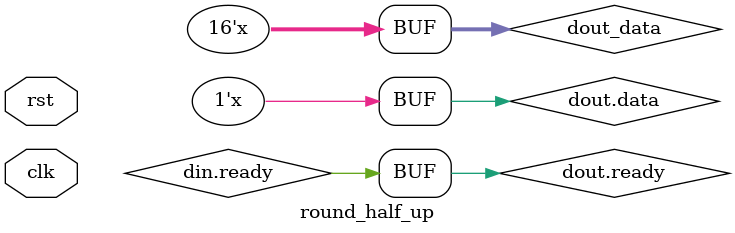
<source format=sv>
module round_half_up #(
                       parameter NBITS = 0,
                       parameter DIN = 16
                       )
   (
    input logic clk,
    input       rst,
    dti.consumer din,
    dti.producer dout
    );

   assign dout.valid = din.valid;
   assign din.ready = dout.ready;

   logic [DIN-1:0] dout_data;

   assign dout_data = din.data[DIN-1:0] + { {(DIN-NBITS){1'b0}}, 1'b1, {(NBITS-1){1'b0}}};
   assign dout.data = {{dout_data[DIN-1:NBITS]}, {(NBITS){1'b0}} };

endmodule

</source>
